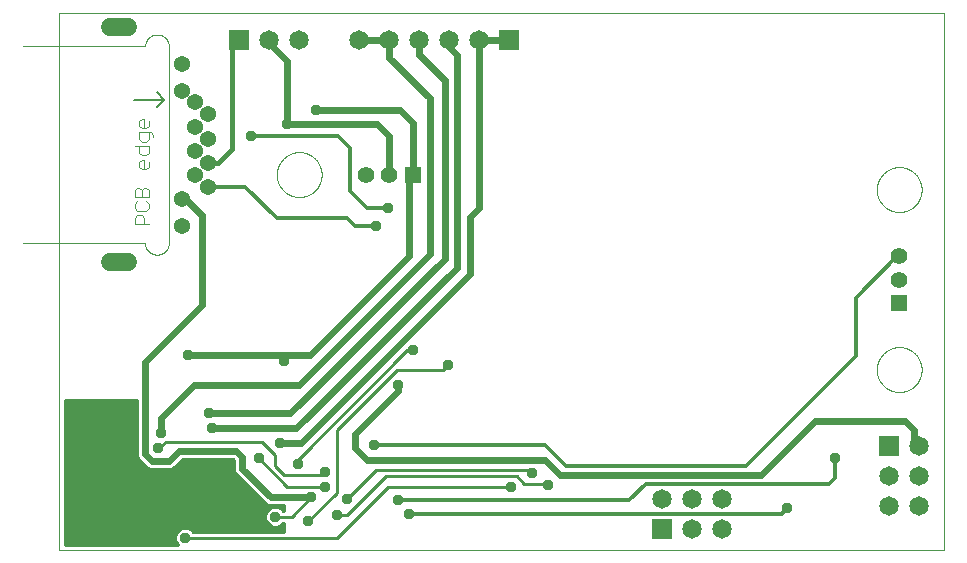
<source format=gbl>
G75*
%MOIN*%
%OFA0B0*%
%FSLAX25Y25*%
%IPPOS*%
%LPD*%
%AMOC8*
5,1,8,0,0,1.08239X$1,22.5*
%
%ADD10C,0.00000*%
%ADD11R,0.05550X0.05550*%
%ADD12C,0.05600*%
%ADD13C,0.05906*%
%ADD14C,0.05400*%
%ADD15C,0.00100*%
%ADD16C,0.00500*%
%ADD17C,0.00400*%
%ADD18R,0.06500X0.06500*%
%ADD19C,0.06500*%
%ADD20C,0.03700*%
%ADD21C,0.02400*%
%ADD22C,0.01600*%
%ADD23C,0.01000*%
%ADD24C,0.01200*%
D10*
X0013250Y0007846D02*
X0013250Y0186547D01*
X0308171Y0186547D01*
X0308171Y0007846D01*
X0013250Y0007846D01*
X0085775Y0132846D02*
X0085777Y0133029D01*
X0085784Y0133213D01*
X0085795Y0133396D01*
X0085811Y0133579D01*
X0085831Y0133761D01*
X0085856Y0133943D01*
X0085885Y0134124D01*
X0085919Y0134304D01*
X0085957Y0134484D01*
X0085999Y0134662D01*
X0086046Y0134840D01*
X0086097Y0135016D01*
X0086152Y0135191D01*
X0086212Y0135364D01*
X0086276Y0135536D01*
X0086344Y0135707D01*
X0086416Y0135875D01*
X0086493Y0136042D01*
X0086573Y0136207D01*
X0086658Y0136370D01*
X0086746Y0136530D01*
X0086838Y0136689D01*
X0086935Y0136845D01*
X0087035Y0136999D01*
X0087139Y0137150D01*
X0087246Y0137299D01*
X0087357Y0137445D01*
X0087472Y0137588D01*
X0087590Y0137728D01*
X0087711Y0137866D01*
X0087836Y0138000D01*
X0087964Y0138132D01*
X0088096Y0138260D01*
X0088230Y0138385D01*
X0088368Y0138506D01*
X0088508Y0138624D01*
X0088651Y0138739D01*
X0088797Y0138850D01*
X0088946Y0138957D01*
X0089097Y0139061D01*
X0089251Y0139161D01*
X0089407Y0139258D01*
X0089566Y0139350D01*
X0089726Y0139438D01*
X0089889Y0139523D01*
X0090054Y0139603D01*
X0090221Y0139680D01*
X0090389Y0139752D01*
X0090560Y0139820D01*
X0090732Y0139884D01*
X0090905Y0139944D01*
X0091080Y0139999D01*
X0091256Y0140050D01*
X0091434Y0140097D01*
X0091612Y0140139D01*
X0091792Y0140177D01*
X0091972Y0140211D01*
X0092153Y0140240D01*
X0092335Y0140265D01*
X0092517Y0140285D01*
X0092700Y0140301D01*
X0092883Y0140312D01*
X0093067Y0140319D01*
X0093250Y0140321D01*
X0093433Y0140319D01*
X0093617Y0140312D01*
X0093800Y0140301D01*
X0093983Y0140285D01*
X0094165Y0140265D01*
X0094347Y0140240D01*
X0094528Y0140211D01*
X0094708Y0140177D01*
X0094888Y0140139D01*
X0095066Y0140097D01*
X0095244Y0140050D01*
X0095420Y0139999D01*
X0095595Y0139944D01*
X0095768Y0139884D01*
X0095940Y0139820D01*
X0096111Y0139752D01*
X0096279Y0139680D01*
X0096446Y0139603D01*
X0096611Y0139523D01*
X0096774Y0139438D01*
X0096934Y0139350D01*
X0097093Y0139258D01*
X0097249Y0139161D01*
X0097403Y0139061D01*
X0097554Y0138957D01*
X0097703Y0138850D01*
X0097849Y0138739D01*
X0097992Y0138624D01*
X0098132Y0138506D01*
X0098270Y0138385D01*
X0098404Y0138260D01*
X0098536Y0138132D01*
X0098664Y0138000D01*
X0098789Y0137866D01*
X0098910Y0137728D01*
X0099028Y0137588D01*
X0099143Y0137445D01*
X0099254Y0137299D01*
X0099361Y0137150D01*
X0099465Y0136999D01*
X0099565Y0136845D01*
X0099662Y0136689D01*
X0099754Y0136530D01*
X0099842Y0136370D01*
X0099927Y0136207D01*
X0100007Y0136042D01*
X0100084Y0135875D01*
X0100156Y0135707D01*
X0100224Y0135536D01*
X0100288Y0135364D01*
X0100348Y0135191D01*
X0100403Y0135016D01*
X0100454Y0134840D01*
X0100501Y0134662D01*
X0100543Y0134484D01*
X0100581Y0134304D01*
X0100615Y0134124D01*
X0100644Y0133943D01*
X0100669Y0133761D01*
X0100689Y0133579D01*
X0100705Y0133396D01*
X0100716Y0133213D01*
X0100723Y0133029D01*
X0100725Y0132846D01*
X0100723Y0132663D01*
X0100716Y0132479D01*
X0100705Y0132296D01*
X0100689Y0132113D01*
X0100669Y0131931D01*
X0100644Y0131749D01*
X0100615Y0131568D01*
X0100581Y0131388D01*
X0100543Y0131208D01*
X0100501Y0131030D01*
X0100454Y0130852D01*
X0100403Y0130676D01*
X0100348Y0130501D01*
X0100288Y0130328D01*
X0100224Y0130156D01*
X0100156Y0129985D01*
X0100084Y0129817D01*
X0100007Y0129650D01*
X0099927Y0129485D01*
X0099842Y0129322D01*
X0099754Y0129162D01*
X0099662Y0129003D01*
X0099565Y0128847D01*
X0099465Y0128693D01*
X0099361Y0128542D01*
X0099254Y0128393D01*
X0099143Y0128247D01*
X0099028Y0128104D01*
X0098910Y0127964D01*
X0098789Y0127826D01*
X0098664Y0127692D01*
X0098536Y0127560D01*
X0098404Y0127432D01*
X0098270Y0127307D01*
X0098132Y0127186D01*
X0097992Y0127068D01*
X0097849Y0126953D01*
X0097703Y0126842D01*
X0097554Y0126735D01*
X0097403Y0126631D01*
X0097249Y0126531D01*
X0097093Y0126434D01*
X0096934Y0126342D01*
X0096774Y0126254D01*
X0096611Y0126169D01*
X0096446Y0126089D01*
X0096279Y0126012D01*
X0096111Y0125940D01*
X0095940Y0125872D01*
X0095768Y0125808D01*
X0095595Y0125748D01*
X0095420Y0125693D01*
X0095244Y0125642D01*
X0095066Y0125595D01*
X0094888Y0125553D01*
X0094708Y0125515D01*
X0094528Y0125481D01*
X0094347Y0125452D01*
X0094165Y0125427D01*
X0093983Y0125407D01*
X0093800Y0125391D01*
X0093617Y0125380D01*
X0093433Y0125373D01*
X0093250Y0125371D01*
X0093067Y0125373D01*
X0092883Y0125380D01*
X0092700Y0125391D01*
X0092517Y0125407D01*
X0092335Y0125427D01*
X0092153Y0125452D01*
X0091972Y0125481D01*
X0091792Y0125515D01*
X0091612Y0125553D01*
X0091434Y0125595D01*
X0091256Y0125642D01*
X0091080Y0125693D01*
X0090905Y0125748D01*
X0090732Y0125808D01*
X0090560Y0125872D01*
X0090389Y0125940D01*
X0090221Y0126012D01*
X0090054Y0126089D01*
X0089889Y0126169D01*
X0089726Y0126254D01*
X0089566Y0126342D01*
X0089407Y0126434D01*
X0089251Y0126531D01*
X0089097Y0126631D01*
X0088946Y0126735D01*
X0088797Y0126842D01*
X0088651Y0126953D01*
X0088508Y0127068D01*
X0088368Y0127186D01*
X0088230Y0127307D01*
X0088096Y0127432D01*
X0087964Y0127560D01*
X0087836Y0127692D01*
X0087711Y0127826D01*
X0087590Y0127964D01*
X0087472Y0128104D01*
X0087357Y0128247D01*
X0087246Y0128393D01*
X0087139Y0128542D01*
X0087035Y0128693D01*
X0086935Y0128847D01*
X0086838Y0129003D01*
X0086746Y0129162D01*
X0086658Y0129322D01*
X0086573Y0129485D01*
X0086493Y0129650D01*
X0086416Y0129817D01*
X0086344Y0129985D01*
X0086276Y0130156D01*
X0086212Y0130328D01*
X0086152Y0130501D01*
X0086097Y0130676D01*
X0086046Y0130852D01*
X0085999Y0131030D01*
X0085957Y0131208D01*
X0085919Y0131388D01*
X0085885Y0131568D01*
X0085856Y0131749D01*
X0085831Y0131931D01*
X0085811Y0132113D01*
X0085795Y0132296D01*
X0085784Y0132479D01*
X0085777Y0132663D01*
X0085775Y0132846D01*
X0285775Y0127846D02*
X0285777Y0128029D01*
X0285784Y0128213D01*
X0285795Y0128396D01*
X0285811Y0128579D01*
X0285831Y0128761D01*
X0285856Y0128943D01*
X0285885Y0129124D01*
X0285919Y0129304D01*
X0285957Y0129484D01*
X0285999Y0129662D01*
X0286046Y0129840D01*
X0286097Y0130016D01*
X0286152Y0130191D01*
X0286212Y0130364D01*
X0286276Y0130536D01*
X0286344Y0130707D01*
X0286416Y0130875D01*
X0286493Y0131042D01*
X0286573Y0131207D01*
X0286658Y0131370D01*
X0286746Y0131530D01*
X0286838Y0131689D01*
X0286935Y0131845D01*
X0287035Y0131999D01*
X0287139Y0132150D01*
X0287246Y0132299D01*
X0287357Y0132445D01*
X0287472Y0132588D01*
X0287590Y0132728D01*
X0287711Y0132866D01*
X0287836Y0133000D01*
X0287964Y0133132D01*
X0288096Y0133260D01*
X0288230Y0133385D01*
X0288368Y0133506D01*
X0288508Y0133624D01*
X0288651Y0133739D01*
X0288797Y0133850D01*
X0288946Y0133957D01*
X0289097Y0134061D01*
X0289251Y0134161D01*
X0289407Y0134258D01*
X0289566Y0134350D01*
X0289726Y0134438D01*
X0289889Y0134523D01*
X0290054Y0134603D01*
X0290221Y0134680D01*
X0290389Y0134752D01*
X0290560Y0134820D01*
X0290732Y0134884D01*
X0290905Y0134944D01*
X0291080Y0134999D01*
X0291256Y0135050D01*
X0291434Y0135097D01*
X0291612Y0135139D01*
X0291792Y0135177D01*
X0291972Y0135211D01*
X0292153Y0135240D01*
X0292335Y0135265D01*
X0292517Y0135285D01*
X0292700Y0135301D01*
X0292883Y0135312D01*
X0293067Y0135319D01*
X0293250Y0135321D01*
X0293433Y0135319D01*
X0293617Y0135312D01*
X0293800Y0135301D01*
X0293983Y0135285D01*
X0294165Y0135265D01*
X0294347Y0135240D01*
X0294528Y0135211D01*
X0294708Y0135177D01*
X0294888Y0135139D01*
X0295066Y0135097D01*
X0295244Y0135050D01*
X0295420Y0134999D01*
X0295595Y0134944D01*
X0295768Y0134884D01*
X0295940Y0134820D01*
X0296111Y0134752D01*
X0296279Y0134680D01*
X0296446Y0134603D01*
X0296611Y0134523D01*
X0296774Y0134438D01*
X0296934Y0134350D01*
X0297093Y0134258D01*
X0297249Y0134161D01*
X0297403Y0134061D01*
X0297554Y0133957D01*
X0297703Y0133850D01*
X0297849Y0133739D01*
X0297992Y0133624D01*
X0298132Y0133506D01*
X0298270Y0133385D01*
X0298404Y0133260D01*
X0298536Y0133132D01*
X0298664Y0133000D01*
X0298789Y0132866D01*
X0298910Y0132728D01*
X0299028Y0132588D01*
X0299143Y0132445D01*
X0299254Y0132299D01*
X0299361Y0132150D01*
X0299465Y0131999D01*
X0299565Y0131845D01*
X0299662Y0131689D01*
X0299754Y0131530D01*
X0299842Y0131370D01*
X0299927Y0131207D01*
X0300007Y0131042D01*
X0300084Y0130875D01*
X0300156Y0130707D01*
X0300224Y0130536D01*
X0300288Y0130364D01*
X0300348Y0130191D01*
X0300403Y0130016D01*
X0300454Y0129840D01*
X0300501Y0129662D01*
X0300543Y0129484D01*
X0300581Y0129304D01*
X0300615Y0129124D01*
X0300644Y0128943D01*
X0300669Y0128761D01*
X0300689Y0128579D01*
X0300705Y0128396D01*
X0300716Y0128213D01*
X0300723Y0128029D01*
X0300725Y0127846D01*
X0300723Y0127663D01*
X0300716Y0127479D01*
X0300705Y0127296D01*
X0300689Y0127113D01*
X0300669Y0126931D01*
X0300644Y0126749D01*
X0300615Y0126568D01*
X0300581Y0126388D01*
X0300543Y0126208D01*
X0300501Y0126030D01*
X0300454Y0125852D01*
X0300403Y0125676D01*
X0300348Y0125501D01*
X0300288Y0125328D01*
X0300224Y0125156D01*
X0300156Y0124985D01*
X0300084Y0124817D01*
X0300007Y0124650D01*
X0299927Y0124485D01*
X0299842Y0124322D01*
X0299754Y0124162D01*
X0299662Y0124003D01*
X0299565Y0123847D01*
X0299465Y0123693D01*
X0299361Y0123542D01*
X0299254Y0123393D01*
X0299143Y0123247D01*
X0299028Y0123104D01*
X0298910Y0122964D01*
X0298789Y0122826D01*
X0298664Y0122692D01*
X0298536Y0122560D01*
X0298404Y0122432D01*
X0298270Y0122307D01*
X0298132Y0122186D01*
X0297992Y0122068D01*
X0297849Y0121953D01*
X0297703Y0121842D01*
X0297554Y0121735D01*
X0297403Y0121631D01*
X0297249Y0121531D01*
X0297093Y0121434D01*
X0296934Y0121342D01*
X0296774Y0121254D01*
X0296611Y0121169D01*
X0296446Y0121089D01*
X0296279Y0121012D01*
X0296111Y0120940D01*
X0295940Y0120872D01*
X0295768Y0120808D01*
X0295595Y0120748D01*
X0295420Y0120693D01*
X0295244Y0120642D01*
X0295066Y0120595D01*
X0294888Y0120553D01*
X0294708Y0120515D01*
X0294528Y0120481D01*
X0294347Y0120452D01*
X0294165Y0120427D01*
X0293983Y0120407D01*
X0293800Y0120391D01*
X0293617Y0120380D01*
X0293433Y0120373D01*
X0293250Y0120371D01*
X0293067Y0120373D01*
X0292883Y0120380D01*
X0292700Y0120391D01*
X0292517Y0120407D01*
X0292335Y0120427D01*
X0292153Y0120452D01*
X0291972Y0120481D01*
X0291792Y0120515D01*
X0291612Y0120553D01*
X0291434Y0120595D01*
X0291256Y0120642D01*
X0291080Y0120693D01*
X0290905Y0120748D01*
X0290732Y0120808D01*
X0290560Y0120872D01*
X0290389Y0120940D01*
X0290221Y0121012D01*
X0290054Y0121089D01*
X0289889Y0121169D01*
X0289726Y0121254D01*
X0289566Y0121342D01*
X0289407Y0121434D01*
X0289251Y0121531D01*
X0289097Y0121631D01*
X0288946Y0121735D01*
X0288797Y0121842D01*
X0288651Y0121953D01*
X0288508Y0122068D01*
X0288368Y0122186D01*
X0288230Y0122307D01*
X0288096Y0122432D01*
X0287964Y0122560D01*
X0287836Y0122692D01*
X0287711Y0122826D01*
X0287590Y0122964D01*
X0287472Y0123104D01*
X0287357Y0123247D01*
X0287246Y0123393D01*
X0287139Y0123542D01*
X0287035Y0123693D01*
X0286935Y0123847D01*
X0286838Y0124003D01*
X0286746Y0124162D01*
X0286658Y0124322D01*
X0286573Y0124485D01*
X0286493Y0124650D01*
X0286416Y0124817D01*
X0286344Y0124985D01*
X0286276Y0125156D01*
X0286212Y0125328D01*
X0286152Y0125501D01*
X0286097Y0125676D01*
X0286046Y0125852D01*
X0285999Y0126030D01*
X0285957Y0126208D01*
X0285919Y0126388D01*
X0285885Y0126568D01*
X0285856Y0126749D01*
X0285831Y0126931D01*
X0285811Y0127113D01*
X0285795Y0127296D01*
X0285784Y0127479D01*
X0285777Y0127663D01*
X0285775Y0127846D01*
X0285775Y0067846D02*
X0285777Y0068029D01*
X0285784Y0068213D01*
X0285795Y0068396D01*
X0285811Y0068579D01*
X0285831Y0068761D01*
X0285856Y0068943D01*
X0285885Y0069124D01*
X0285919Y0069304D01*
X0285957Y0069484D01*
X0285999Y0069662D01*
X0286046Y0069840D01*
X0286097Y0070016D01*
X0286152Y0070191D01*
X0286212Y0070364D01*
X0286276Y0070536D01*
X0286344Y0070707D01*
X0286416Y0070875D01*
X0286493Y0071042D01*
X0286573Y0071207D01*
X0286658Y0071370D01*
X0286746Y0071530D01*
X0286838Y0071689D01*
X0286935Y0071845D01*
X0287035Y0071999D01*
X0287139Y0072150D01*
X0287246Y0072299D01*
X0287357Y0072445D01*
X0287472Y0072588D01*
X0287590Y0072728D01*
X0287711Y0072866D01*
X0287836Y0073000D01*
X0287964Y0073132D01*
X0288096Y0073260D01*
X0288230Y0073385D01*
X0288368Y0073506D01*
X0288508Y0073624D01*
X0288651Y0073739D01*
X0288797Y0073850D01*
X0288946Y0073957D01*
X0289097Y0074061D01*
X0289251Y0074161D01*
X0289407Y0074258D01*
X0289566Y0074350D01*
X0289726Y0074438D01*
X0289889Y0074523D01*
X0290054Y0074603D01*
X0290221Y0074680D01*
X0290389Y0074752D01*
X0290560Y0074820D01*
X0290732Y0074884D01*
X0290905Y0074944D01*
X0291080Y0074999D01*
X0291256Y0075050D01*
X0291434Y0075097D01*
X0291612Y0075139D01*
X0291792Y0075177D01*
X0291972Y0075211D01*
X0292153Y0075240D01*
X0292335Y0075265D01*
X0292517Y0075285D01*
X0292700Y0075301D01*
X0292883Y0075312D01*
X0293067Y0075319D01*
X0293250Y0075321D01*
X0293433Y0075319D01*
X0293617Y0075312D01*
X0293800Y0075301D01*
X0293983Y0075285D01*
X0294165Y0075265D01*
X0294347Y0075240D01*
X0294528Y0075211D01*
X0294708Y0075177D01*
X0294888Y0075139D01*
X0295066Y0075097D01*
X0295244Y0075050D01*
X0295420Y0074999D01*
X0295595Y0074944D01*
X0295768Y0074884D01*
X0295940Y0074820D01*
X0296111Y0074752D01*
X0296279Y0074680D01*
X0296446Y0074603D01*
X0296611Y0074523D01*
X0296774Y0074438D01*
X0296934Y0074350D01*
X0297093Y0074258D01*
X0297249Y0074161D01*
X0297403Y0074061D01*
X0297554Y0073957D01*
X0297703Y0073850D01*
X0297849Y0073739D01*
X0297992Y0073624D01*
X0298132Y0073506D01*
X0298270Y0073385D01*
X0298404Y0073260D01*
X0298536Y0073132D01*
X0298664Y0073000D01*
X0298789Y0072866D01*
X0298910Y0072728D01*
X0299028Y0072588D01*
X0299143Y0072445D01*
X0299254Y0072299D01*
X0299361Y0072150D01*
X0299465Y0071999D01*
X0299565Y0071845D01*
X0299662Y0071689D01*
X0299754Y0071530D01*
X0299842Y0071370D01*
X0299927Y0071207D01*
X0300007Y0071042D01*
X0300084Y0070875D01*
X0300156Y0070707D01*
X0300224Y0070536D01*
X0300288Y0070364D01*
X0300348Y0070191D01*
X0300403Y0070016D01*
X0300454Y0069840D01*
X0300501Y0069662D01*
X0300543Y0069484D01*
X0300581Y0069304D01*
X0300615Y0069124D01*
X0300644Y0068943D01*
X0300669Y0068761D01*
X0300689Y0068579D01*
X0300705Y0068396D01*
X0300716Y0068213D01*
X0300723Y0068029D01*
X0300725Y0067846D01*
X0300723Y0067663D01*
X0300716Y0067479D01*
X0300705Y0067296D01*
X0300689Y0067113D01*
X0300669Y0066931D01*
X0300644Y0066749D01*
X0300615Y0066568D01*
X0300581Y0066388D01*
X0300543Y0066208D01*
X0300501Y0066030D01*
X0300454Y0065852D01*
X0300403Y0065676D01*
X0300348Y0065501D01*
X0300288Y0065328D01*
X0300224Y0065156D01*
X0300156Y0064985D01*
X0300084Y0064817D01*
X0300007Y0064650D01*
X0299927Y0064485D01*
X0299842Y0064322D01*
X0299754Y0064162D01*
X0299662Y0064003D01*
X0299565Y0063847D01*
X0299465Y0063693D01*
X0299361Y0063542D01*
X0299254Y0063393D01*
X0299143Y0063247D01*
X0299028Y0063104D01*
X0298910Y0062964D01*
X0298789Y0062826D01*
X0298664Y0062692D01*
X0298536Y0062560D01*
X0298404Y0062432D01*
X0298270Y0062307D01*
X0298132Y0062186D01*
X0297992Y0062068D01*
X0297849Y0061953D01*
X0297703Y0061842D01*
X0297554Y0061735D01*
X0297403Y0061631D01*
X0297249Y0061531D01*
X0297093Y0061434D01*
X0296934Y0061342D01*
X0296774Y0061254D01*
X0296611Y0061169D01*
X0296446Y0061089D01*
X0296279Y0061012D01*
X0296111Y0060940D01*
X0295940Y0060872D01*
X0295768Y0060808D01*
X0295595Y0060748D01*
X0295420Y0060693D01*
X0295244Y0060642D01*
X0295066Y0060595D01*
X0294888Y0060553D01*
X0294708Y0060515D01*
X0294528Y0060481D01*
X0294347Y0060452D01*
X0294165Y0060427D01*
X0293983Y0060407D01*
X0293800Y0060391D01*
X0293617Y0060380D01*
X0293433Y0060373D01*
X0293250Y0060371D01*
X0293067Y0060373D01*
X0292883Y0060380D01*
X0292700Y0060391D01*
X0292517Y0060407D01*
X0292335Y0060427D01*
X0292153Y0060452D01*
X0291972Y0060481D01*
X0291792Y0060515D01*
X0291612Y0060553D01*
X0291434Y0060595D01*
X0291256Y0060642D01*
X0291080Y0060693D01*
X0290905Y0060748D01*
X0290732Y0060808D01*
X0290560Y0060872D01*
X0290389Y0060940D01*
X0290221Y0061012D01*
X0290054Y0061089D01*
X0289889Y0061169D01*
X0289726Y0061254D01*
X0289566Y0061342D01*
X0289407Y0061434D01*
X0289251Y0061531D01*
X0289097Y0061631D01*
X0288946Y0061735D01*
X0288797Y0061842D01*
X0288651Y0061953D01*
X0288508Y0062068D01*
X0288368Y0062186D01*
X0288230Y0062307D01*
X0288096Y0062432D01*
X0287964Y0062560D01*
X0287836Y0062692D01*
X0287711Y0062826D01*
X0287590Y0062964D01*
X0287472Y0063104D01*
X0287357Y0063247D01*
X0287246Y0063393D01*
X0287139Y0063542D01*
X0287035Y0063693D01*
X0286935Y0063847D01*
X0286838Y0064003D01*
X0286746Y0064162D01*
X0286658Y0064322D01*
X0286573Y0064485D01*
X0286493Y0064650D01*
X0286416Y0064817D01*
X0286344Y0064985D01*
X0286276Y0065156D01*
X0286212Y0065328D01*
X0286152Y0065501D01*
X0286097Y0065676D01*
X0286046Y0065852D01*
X0285999Y0066030D01*
X0285957Y0066208D01*
X0285919Y0066388D01*
X0285885Y0066568D01*
X0285856Y0066749D01*
X0285831Y0066931D01*
X0285811Y0067113D01*
X0285795Y0067296D01*
X0285784Y0067479D01*
X0285777Y0067663D01*
X0285775Y0067846D01*
D11*
X0293250Y0089972D03*
X0131124Y0132846D03*
D12*
X0123250Y0132846D03*
X0115376Y0132846D03*
X0293250Y0105720D03*
X0293250Y0097846D03*
D13*
X0036203Y0103791D02*
X0030297Y0103791D01*
X0030297Y0181901D02*
X0036203Y0181901D01*
D14*
X0054195Y0169854D03*
X0054195Y0160838D03*
X0058447Y0156901D03*
X0062778Y0152885D03*
X0058447Y0148870D03*
X0062778Y0144854D03*
X0058447Y0140838D03*
X0062778Y0136822D03*
X0058447Y0132807D03*
X0062778Y0128791D03*
X0054195Y0124854D03*
X0054195Y0115838D03*
D15*
X0049785Y0110087D02*
X0049785Y0175611D01*
X0049786Y0175611D02*
X0049784Y0175734D01*
X0049778Y0175858D01*
X0049769Y0175981D01*
X0049755Y0176103D01*
X0049738Y0176225D01*
X0049716Y0176347D01*
X0049691Y0176468D01*
X0049663Y0176588D01*
X0049630Y0176707D01*
X0049594Y0176825D01*
X0049554Y0176942D01*
X0049510Y0177057D01*
X0049463Y0177171D01*
X0049412Y0177283D01*
X0049358Y0177394D01*
X0049300Y0177503D01*
X0049239Y0177611D01*
X0049175Y0177716D01*
X0049107Y0177819D01*
X0049036Y0177920D01*
X0048962Y0178018D01*
X0048885Y0178115D01*
X0048804Y0178209D01*
X0048721Y0178300D01*
X0048636Y0178389D01*
X0048547Y0178474D01*
X0048456Y0178557D01*
X0048362Y0178638D01*
X0048265Y0178715D01*
X0048167Y0178789D01*
X0048066Y0178860D01*
X0047963Y0178928D01*
X0047858Y0178992D01*
X0047750Y0179053D01*
X0047641Y0179111D01*
X0047530Y0179165D01*
X0047418Y0179216D01*
X0047304Y0179263D01*
X0047189Y0179307D01*
X0047072Y0179347D01*
X0046954Y0179383D01*
X0046835Y0179416D01*
X0046715Y0179444D01*
X0046594Y0179469D01*
X0046472Y0179491D01*
X0046350Y0179508D01*
X0046228Y0179522D01*
X0046105Y0179531D01*
X0045981Y0179537D01*
X0045858Y0179539D01*
X0045848Y0179539D01*
X0045849Y0179539D02*
X0045726Y0179538D01*
X0045603Y0179532D01*
X0045480Y0179523D01*
X0045358Y0179511D01*
X0045236Y0179494D01*
X0045114Y0179473D01*
X0044994Y0179449D01*
X0044874Y0179421D01*
X0044755Y0179389D01*
X0044637Y0179353D01*
X0044521Y0179314D01*
X0044405Y0179271D01*
X0044291Y0179225D01*
X0044179Y0179175D01*
X0044068Y0179121D01*
X0043959Y0179064D01*
X0043852Y0179004D01*
X0043747Y0178940D01*
X0043644Y0178873D01*
X0043543Y0178802D01*
X0043444Y0178729D01*
X0043347Y0178653D01*
X0043253Y0178573D01*
X0043162Y0178491D01*
X0043073Y0178406D01*
X0042987Y0178318D01*
X0042904Y0178227D01*
X0042823Y0178134D01*
X0042746Y0178038D01*
X0042672Y0177940D01*
X0042600Y0177840D01*
X0042532Y0177737D01*
X0042468Y0177633D01*
X0042406Y0177526D01*
X0042348Y0177418D01*
X0042293Y0177308D01*
X0042242Y0177196D01*
X0042194Y0177082D01*
X0042150Y0176967D01*
X0042110Y0176851D01*
X0042073Y0176734D01*
X0042040Y0176615D01*
X0042011Y0176496D01*
X0041985Y0176375D01*
X0041963Y0176254D01*
X0041945Y0176132D01*
X0041931Y0176010D01*
X0041921Y0175888D01*
X0041915Y0175765D01*
X0041912Y0175642D01*
X0041911Y0175641D02*
X0001242Y0175641D01*
X0001242Y0110051D02*
X0041819Y0110051D01*
X0041823Y0109927D01*
X0041831Y0109802D01*
X0041842Y0109678D01*
X0041858Y0109555D01*
X0041878Y0109432D01*
X0041901Y0109310D01*
X0041928Y0109188D01*
X0041959Y0109067D01*
X0041994Y0108948D01*
X0042033Y0108830D01*
X0042075Y0108712D01*
X0042121Y0108597D01*
X0042171Y0108482D01*
X0042224Y0108370D01*
X0042280Y0108259D01*
X0042341Y0108150D01*
X0042404Y0108043D01*
X0042471Y0107938D01*
X0042541Y0107835D01*
X0042614Y0107734D01*
X0042691Y0107636D01*
X0042770Y0107540D01*
X0042853Y0107446D01*
X0042938Y0107356D01*
X0043026Y0107268D01*
X0043117Y0107183D01*
X0043210Y0107100D01*
X0043306Y0107021D01*
X0043405Y0106945D01*
X0043506Y0106872D01*
X0043609Y0106802D01*
X0043714Y0106735D01*
X0043821Y0106672D01*
X0043930Y0106612D01*
X0044041Y0106556D01*
X0044154Y0106503D01*
X0044268Y0106453D01*
X0044384Y0106408D01*
X0044501Y0106366D01*
X0044620Y0106327D01*
X0044740Y0106293D01*
X0044860Y0106262D01*
X0044982Y0106235D01*
X0045104Y0106211D01*
X0045227Y0106192D01*
X0045351Y0106177D01*
X0045475Y0106165D01*
X0045599Y0106157D01*
X0045723Y0106153D01*
X0045848Y0106154D01*
X0045848Y0106153D02*
X0045851Y0106153D01*
X0045975Y0106155D01*
X0046098Y0106161D01*
X0046221Y0106170D01*
X0046344Y0106184D01*
X0046466Y0106201D01*
X0046588Y0106223D01*
X0046709Y0106248D01*
X0046829Y0106277D01*
X0046949Y0106309D01*
X0047067Y0106346D01*
X0047184Y0106386D01*
X0047299Y0106429D01*
X0047413Y0106477D01*
X0047526Y0106527D01*
X0047637Y0106582D01*
X0047746Y0106640D01*
X0047854Y0106701D01*
X0047959Y0106765D01*
X0048062Y0106833D01*
X0048163Y0106904D01*
X0048262Y0106979D01*
X0048359Y0107056D01*
X0048453Y0107136D01*
X0048544Y0107219D01*
X0048633Y0107305D01*
X0048719Y0107394D01*
X0048802Y0107485D01*
X0048882Y0107579D01*
X0048959Y0107676D01*
X0049034Y0107775D01*
X0049105Y0107876D01*
X0049173Y0107979D01*
X0049237Y0108084D01*
X0049298Y0108192D01*
X0049356Y0108301D01*
X0049411Y0108412D01*
X0049461Y0108525D01*
X0049509Y0108639D01*
X0049552Y0108754D01*
X0049592Y0108871D01*
X0049629Y0108989D01*
X0049661Y0109109D01*
X0049690Y0109229D01*
X0049715Y0109350D01*
X0049737Y0109472D01*
X0049754Y0109594D01*
X0049768Y0109717D01*
X0049777Y0109840D01*
X0049783Y0109963D01*
X0049785Y0110087D01*
D16*
X0045750Y0155346D02*
X0048250Y0157846D01*
X0045750Y0160346D01*
X0048250Y0157846D02*
X0038250Y0157846D01*
D17*
X0040748Y0151511D02*
X0041515Y0151511D01*
X0041515Y0148442D01*
X0040748Y0148442D02*
X0039981Y0149209D01*
X0039981Y0150744D01*
X0040748Y0151511D01*
X0043050Y0150744D02*
X0043050Y0149209D01*
X0042283Y0148442D01*
X0040748Y0148442D01*
X0039981Y0146907D02*
X0039981Y0144605D01*
X0040748Y0143838D01*
X0042283Y0143838D01*
X0043050Y0144605D01*
X0043050Y0146907D01*
X0043817Y0146907D02*
X0039981Y0146907D01*
X0043817Y0146907D02*
X0044585Y0146140D01*
X0044585Y0145373D01*
X0043050Y0142303D02*
X0038446Y0142303D01*
X0039981Y0142303D02*
X0039981Y0140001D01*
X0040748Y0139234D01*
X0042283Y0139234D01*
X0043050Y0140001D01*
X0043050Y0142303D01*
X0041515Y0137700D02*
X0041515Y0134630D01*
X0040748Y0134630D02*
X0039981Y0135398D01*
X0039981Y0136932D01*
X0040748Y0137700D01*
X0041515Y0137700D01*
X0043050Y0136932D02*
X0043050Y0135398D01*
X0042283Y0134630D01*
X0040748Y0134630D01*
X0039981Y0128492D02*
X0040748Y0127724D01*
X0040748Y0125422D01*
X0039213Y0123888D02*
X0038446Y0123120D01*
X0038446Y0121586D01*
X0039213Y0120818D01*
X0042283Y0120818D01*
X0043050Y0121586D01*
X0043050Y0123120D01*
X0042283Y0123888D01*
X0043050Y0125422D02*
X0038446Y0125422D01*
X0038446Y0127724D01*
X0039213Y0128492D01*
X0039981Y0128492D01*
X0040748Y0127724D02*
X0041515Y0128492D01*
X0042283Y0128492D01*
X0043050Y0127724D01*
X0043050Y0125422D01*
X0040748Y0119284D02*
X0039213Y0119284D01*
X0038446Y0118516D01*
X0038446Y0116215D01*
X0043050Y0116215D01*
X0041515Y0116215D02*
X0041515Y0118516D01*
X0040748Y0119284D01*
D18*
X0073250Y0177846D03*
X0163250Y0177846D03*
X0289750Y0042346D03*
X0214250Y0014846D03*
D19*
X0224250Y0014846D03*
X0234250Y0014846D03*
X0234250Y0024846D03*
X0224250Y0024846D03*
X0214250Y0024846D03*
X0289750Y0022346D03*
X0299750Y0022346D03*
X0299750Y0032346D03*
X0289750Y0032346D03*
X0299750Y0042346D03*
X0153250Y0177846D03*
X0143250Y0177846D03*
X0133250Y0177846D03*
X0123250Y0177846D03*
X0113250Y0177846D03*
X0093250Y0177846D03*
X0083250Y0177846D03*
D20*
X0098750Y0154346D03*
X0089250Y0149846D03*
X0077250Y0145846D03*
X0122750Y0121846D03*
X0118750Y0115846D03*
X0131250Y0074346D03*
X0142750Y0069346D03*
X0126250Y0062846D03*
X0118250Y0042846D03*
X0101750Y0033846D03*
X0101750Y0028846D03*
X0097250Y0025346D03*
X0105750Y0019346D03*
X0109250Y0024846D03*
X0096250Y0017346D03*
X0085250Y0018846D03*
X0067250Y0028846D03*
X0063250Y0028846D03*
X0059250Y0028846D03*
X0059250Y0032846D03*
X0063250Y0032846D03*
X0067250Y0032846D03*
X0067250Y0036846D03*
X0063250Y0036846D03*
X0059250Y0036846D03*
X0046250Y0041846D03*
X0047250Y0046846D03*
X0033250Y0042846D03*
X0018250Y0042846D03*
X0018250Y0032846D03*
X0018250Y0022846D03*
X0023250Y0012846D03*
X0038250Y0012846D03*
X0049750Y0022346D03*
X0055250Y0011846D03*
X0092750Y0036346D03*
X0086750Y0043346D03*
X0079750Y0038346D03*
X0064250Y0048346D03*
X0063250Y0053346D03*
X0088250Y0070846D03*
X0056250Y0072846D03*
X0033250Y0052846D03*
X0018250Y0052846D03*
X0126250Y0024346D03*
X0129750Y0019846D03*
X0163750Y0028846D03*
X0170750Y0033346D03*
X0176250Y0029346D03*
X0255750Y0021846D03*
X0271750Y0038346D03*
D21*
X0265250Y0050846D02*
X0247250Y0032846D01*
X0180250Y0032846D01*
X0175250Y0037846D01*
X0115750Y0037846D01*
X0111750Y0041846D01*
X0111750Y0046346D01*
X0126250Y0060846D01*
X0126250Y0062846D01*
X0096750Y0072846D02*
X0088250Y0072846D01*
X0056250Y0072846D01*
X0058250Y0062846D02*
X0093250Y0062846D01*
X0136750Y0106346D01*
X0136750Y0158346D01*
X0123250Y0171846D01*
X0123250Y0177846D01*
X0113250Y0177846D01*
X0133250Y0177846D02*
X0133250Y0172846D01*
X0141750Y0164346D01*
X0141750Y0104846D01*
X0090250Y0053346D01*
X0063250Y0053346D01*
X0064250Y0048346D02*
X0092250Y0048346D01*
X0145750Y0101846D01*
X0145750Y0172846D01*
X0143250Y0175346D01*
X0143250Y0177846D01*
X0153250Y0177846D02*
X0163250Y0177846D01*
X0153250Y0177846D02*
X0153250Y0121846D01*
X0150250Y0118846D01*
X0150250Y0099846D01*
X0093750Y0043346D01*
X0086750Y0043346D01*
X0074250Y0038846D02*
X0074250Y0034846D01*
X0083750Y0025346D01*
X0097250Y0025346D01*
X0074250Y0038846D02*
X0072250Y0040846D01*
X0053250Y0040846D01*
X0049750Y0037346D01*
X0044250Y0037346D01*
X0041750Y0039846D01*
X0041750Y0070346D01*
X0060750Y0089346D01*
X0060750Y0119346D01*
X0055242Y0124854D01*
X0054195Y0124854D01*
X0089250Y0149846D02*
X0119250Y0149846D01*
X0123250Y0145846D01*
X0123250Y0132846D01*
X0129750Y0131472D02*
X0129750Y0105846D01*
X0096750Y0072846D01*
X0058250Y0062846D02*
X0047250Y0051846D01*
X0047250Y0046846D01*
X0129750Y0131472D02*
X0131124Y0132846D01*
X0131124Y0149972D01*
X0126750Y0154346D01*
X0098750Y0154346D01*
X0089250Y0149846D02*
X0089250Y0170846D01*
X0084250Y0175846D01*
X0083250Y0177846D01*
X0265250Y0050846D02*
X0295250Y0050846D01*
X0298250Y0047846D01*
X0298250Y0043846D01*
X0299750Y0042346D01*
D22*
X0088250Y0070846D02*
X0088250Y0072846D01*
X0066226Y0136822D02*
X0062778Y0136822D01*
X0066226Y0136822D02*
X0070750Y0141346D01*
X0070750Y0175346D01*
X0073250Y0177846D01*
D23*
X0129250Y0074346D02*
X0092750Y0037846D01*
X0092750Y0036346D01*
X0088250Y0032846D02*
X0100750Y0032846D01*
X0101750Y0033846D01*
X0101750Y0028846D02*
X0089250Y0028846D01*
X0079750Y0038346D01*
X0085250Y0039346D02*
X0085250Y0035846D01*
X0088250Y0032846D01*
X0085250Y0039346D02*
X0080750Y0043846D01*
X0048750Y0043846D01*
X0046250Y0041846D01*
X0039050Y0041795D02*
X0015250Y0041795D01*
X0015250Y0040797D02*
X0039050Y0040797D01*
X0039050Y0039798D02*
X0015250Y0039798D01*
X0015250Y0038800D02*
X0039261Y0038800D01*
X0039461Y0038317D02*
X0041961Y0035817D01*
X0041961Y0035817D01*
X0042721Y0035057D01*
X0043713Y0034646D01*
X0050287Y0034646D01*
X0051279Y0035057D01*
X0054368Y0038146D01*
X0071132Y0038146D01*
X0071550Y0037728D01*
X0071550Y0034309D01*
X0071961Y0033317D01*
X0082221Y0023057D01*
X0083213Y0022646D01*
X0084287Y0022646D01*
X0088250Y0022646D01*
X0088250Y0020846D01*
X0087988Y0020846D01*
X0087148Y0021686D01*
X0085916Y0022196D01*
X0084584Y0022196D01*
X0083352Y0021686D01*
X0082410Y0020744D01*
X0081900Y0019512D01*
X0081900Y0018180D01*
X0082410Y0016948D01*
X0083352Y0016006D01*
X0084584Y0015496D01*
X0085916Y0015496D01*
X0087148Y0016006D01*
X0087988Y0016846D01*
X0088250Y0016846D01*
X0088250Y0013846D01*
X0057988Y0013846D01*
X0057148Y0014686D01*
X0055916Y0015196D01*
X0054584Y0015196D01*
X0053352Y0014686D01*
X0052410Y0013744D01*
X0051900Y0012512D01*
X0051900Y0011180D01*
X0052410Y0009948D01*
X0053012Y0009346D01*
X0015250Y0009346D01*
X0015250Y0057846D01*
X0039050Y0057846D01*
X0039050Y0039309D01*
X0039461Y0038317D01*
X0039976Y0037801D02*
X0015250Y0037801D01*
X0015250Y0036803D02*
X0040975Y0036803D01*
X0041973Y0035804D02*
X0015250Y0035804D01*
X0015250Y0034806D02*
X0043327Y0034806D01*
X0050673Y0034806D02*
X0071550Y0034806D01*
X0071550Y0035804D02*
X0052027Y0035804D01*
X0053025Y0036803D02*
X0071550Y0036803D01*
X0071476Y0037801D02*
X0054024Y0037801D01*
X0039050Y0042794D02*
X0015250Y0042794D01*
X0015250Y0043792D02*
X0039050Y0043792D01*
X0039050Y0044791D02*
X0015250Y0044791D01*
X0015250Y0045789D02*
X0039050Y0045789D01*
X0039050Y0046788D02*
X0015250Y0046788D01*
X0015250Y0047786D02*
X0039050Y0047786D01*
X0039050Y0048785D02*
X0015250Y0048785D01*
X0015250Y0049783D02*
X0039050Y0049783D01*
X0039050Y0050782D02*
X0015250Y0050782D01*
X0015250Y0051780D02*
X0039050Y0051780D01*
X0039050Y0052779D02*
X0015250Y0052779D01*
X0015250Y0053778D02*
X0039050Y0053778D01*
X0039050Y0054776D02*
X0015250Y0054776D01*
X0015250Y0055775D02*
X0039050Y0055775D01*
X0039050Y0056773D02*
X0015250Y0056773D01*
X0015250Y0057772D02*
X0039050Y0057772D01*
X0015250Y0033807D02*
X0071758Y0033807D01*
X0072469Y0032809D02*
X0015250Y0032809D01*
X0015250Y0031810D02*
X0073467Y0031810D01*
X0074466Y0030812D02*
X0015250Y0030812D01*
X0015250Y0029813D02*
X0075464Y0029813D01*
X0076463Y0028815D02*
X0015250Y0028815D01*
X0015250Y0027816D02*
X0077461Y0027816D01*
X0078460Y0026818D02*
X0015250Y0026818D01*
X0015250Y0025819D02*
X0079458Y0025819D01*
X0080457Y0024821D02*
X0015250Y0024821D01*
X0015250Y0023822D02*
X0081455Y0023822D01*
X0082784Y0022824D02*
X0015250Y0022824D01*
X0015250Y0021825D02*
X0083688Y0021825D01*
X0082493Y0020827D02*
X0015250Y0020827D01*
X0015250Y0019828D02*
X0082031Y0019828D01*
X0081900Y0018830D02*
X0015250Y0018830D01*
X0015250Y0017831D02*
X0082044Y0017831D01*
X0082526Y0016833D02*
X0015250Y0016833D01*
X0015250Y0015834D02*
X0083767Y0015834D01*
X0086733Y0015834D02*
X0088250Y0015834D01*
X0088250Y0014836D02*
X0056786Y0014836D01*
X0053714Y0014836D02*
X0015250Y0014836D01*
X0015250Y0013837D02*
X0052503Y0013837D01*
X0052035Y0012839D02*
X0015250Y0012839D01*
X0015250Y0011840D02*
X0051900Y0011840D01*
X0052040Y0010842D02*
X0015250Y0010842D01*
X0015250Y0009843D02*
X0052515Y0009843D01*
X0055250Y0011846D02*
X0105750Y0011846D01*
X0122750Y0028846D01*
X0163750Y0028846D01*
X0165750Y0032346D02*
X0122250Y0032346D01*
X0109250Y0019346D01*
X0105750Y0019346D01*
X0109250Y0024846D02*
X0118750Y0034346D01*
X0170250Y0034346D01*
X0170750Y0033346D01*
X0168250Y0029846D02*
X0165750Y0032346D01*
X0168250Y0029846D02*
X0175750Y0029846D01*
X0176250Y0029346D01*
X0141250Y0067846D02*
X0125750Y0067846D01*
X0105750Y0047846D01*
X0105750Y0026846D01*
X0096250Y0017346D01*
X0090765Y0018846D02*
X0097265Y0025361D01*
X0097250Y0025346D01*
X0088250Y0021825D02*
X0086812Y0021825D01*
X0085250Y0018846D02*
X0090765Y0018846D01*
X0088250Y0016833D02*
X0087974Y0016833D01*
X0141250Y0067846D02*
X0142750Y0069346D01*
X0131250Y0074346D02*
X0129250Y0074346D01*
D24*
X0118250Y0042846D02*
X0175250Y0042846D01*
X0182250Y0035846D01*
X0242250Y0035846D01*
X0278750Y0072346D01*
X0278750Y0091846D01*
X0292624Y0105720D01*
X0293250Y0105720D01*
X0271750Y0038346D02*
X0271750Y0031846D01*
X0269750Y0029846D01*
X0208750Y0029846D01*
X0203250Y0024346D01*
X0126250Y0024346D01*
X0129750Y0019846D02*
X0254250Y0019846D01*
X0255750Y0021846D01*
X0118750Y0115846D02*
X0111750Y0115846D01*
X0109250Y0118346D01*
X0085750Y0118346D01*
X0075250Y0128846D01*
X0062833Y0128846D01*
X0062778Y0128791D01*
X0077250Y0145846D02*
X0106250Y0145846D01*
X0110250Y0141846D01*
X0110250Y0127346D01*
X0115750Y0121846D01*
X0122750Y0121846D01*
M02*

</source>
